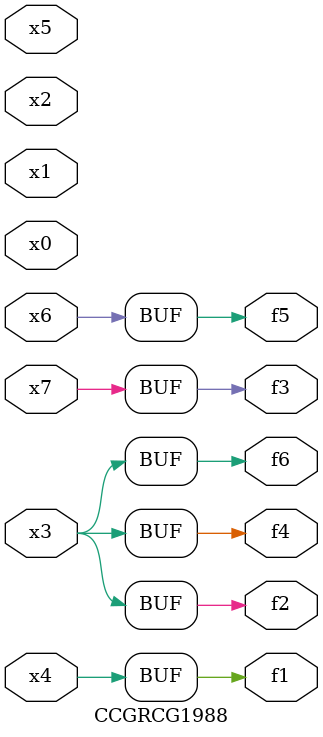
<source format=v>
module CCGRCG1988(
	input x0, x1, x2, x3, x4, x5, x6, x7,
	output f1, f2, f3, f4, f5, f6
);
	assign f1 = x4;
	assign f2 = x3;
	assign f3 = x7;
	assign f4 = x3;
	assign f5 = x6;
	assign f6 = x3;
endmodule

</source>
